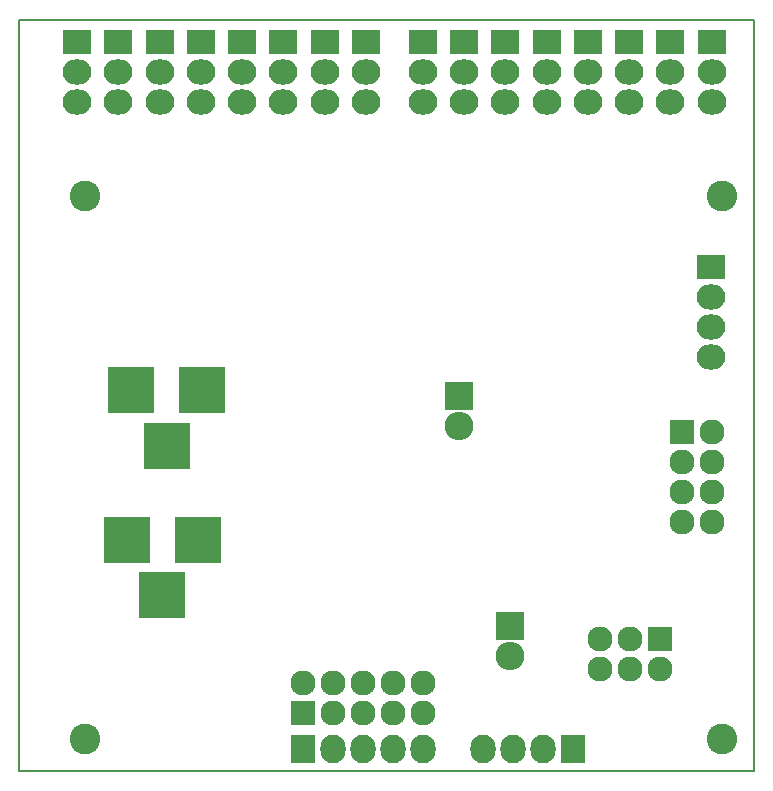
<source format=gbs>
G04 #@! TF.FileFunction,Soldermask,Bot*
%FSLAX46Y46*%
G04 Gerber Fmt 4.6, Leading zero omitted, Abs format (unit mm)*
G04 Created by KiCad (PCBNEW 4.0.1-stable) date 6/25/2016 6:05:23 PM*
%MOMM*%
G01*
G04 APERTURE LIST*
%ADD10C,0.100000*%
%ADD11C,0.150000*%
%ADD12C,2.600000*%
%ADD13R,3.900120X3.900120*%
%ADD14R,2.432000X2.432000*%
%ADD15O,2.432000X2.432000*%
%ADD16R,2.127200X2.432000*%
%ADD17O,2.127200X2.432000*%
%ADD18R,2.127200X2.127200*%
%ADD19O,2.127200X2.127200*%
%ADD20R,2.432000X2.127200*%
%ADD21O,2.432000X2.127200*%
G04 APERTURE END LIST*
D10*
D11*
X209804000Y-96139000D02*
X211328000Y-96139000D01*
X209804000Y-32512000D02*
X211328000Y-32512000D01*
X149098000Y-96139000D02*
X209804000Y-96139000D01*
X209804000Y-32512000D02*
X149098000Y-32512000D01*
X211328000Y-32512000D02*
X211328000Y-96139000D01*
X149098000Y-96139000D02*
X149098000Y-32512000D01*
D12*
X154686000Y-93408500D03*
D13*
X164569140Y-63881000D03*
X158569660Y-63881000D03*
X161569400Y-68580000D03*
D14*
X190627000Y-83820000D03*
D15*
X190627000Y-86360000D03*
D13*
X164188140Y-76517500D03*
X158188660Y-76517500D03*
X161188400Y-81216500D03*
D14*
X186309000Y-64389000D03*
D15*
X186309000Y-66929000D03*
D16*
X173101000Y-94234000D03*
D17*
X175641000Y-94234000D03*
X178181000Y-94234000D03*
X180721000Y-94234000D03*
X183261000Y-94234000D03*
D16*
X195961000Y-94234000D03*
D17*
X193421000Y-94234000D03*
X190881000Y-94234000D03*
X188341000Y-94234000D03*
D18*
X203327000Y-84899500D03*
D19*
X203327000Y-87439500D03*
X200787000Y-84899500D03*
X200787000Y-87439500D03*
X198247000Y-84899500D03*
X198247000Y-87439500D03*
D20*
X207645000Y-53467000D03*
D21*
X207645000Y-56007000D03*
X207645000Y-58547000D03*
X207645000Y-61087000D03*
D20*
X174942500Y-34417000D03*
D21*
X174942500Y-36957000D03*
X174942500Y-39497000D03*
D20*
X178435000Y-34417000D03*
D21*
X178435000Y-36957000D03*
X178435000Y-39497000D03*
D20*
X171450000Y-34417000D03*
D21*
X171450000Y-36957000D03*
X171450000Y-39497000D03*
D20*
X167957500Y-34417000D03*
D21*
X167957500Y-36957000D03*
X167957500Y-39497000D03*
D20*
X164465000Y-34417000D03*
D21*
X164465000Y-36957000D03*
X164465000Y-39497000D03*
D20*
X160972500Y-34417000D03*
D21*
X160972500Y-36957000D03*
X160972500Y-39497000D03*
D20*
X157480000Y-34417000D03*
D21*
X157480000Y-36957000D03*
X157480000Y-39497000D03*
D20*
X153987500Y-34417000D03*
D21*
X153987500Y-36957000D03*
X153987500Y-39497000D03*
D20*
X207708500Y-34417000D03*
D21*
X207708500Y-36957000D03*
X207708500Y-39497000D03*
D20*
X204216000Y-34417000D03*
D21*
X204216000Y-36957000D03*
X204216000Y-39497000D03*
D20*
X200723500Y-34417000D03*
D21*
X200723500Y-36957000D03*
X200723500Y-39497000D03*
D20*
X197231000Y-34417000D03*
D21*
X197231000Y-36957000D03*
X197231000Y-39497000D03*
D20*
X193738500Y-34417000D03*
D21*
X193738500Y-36957000D03*
X193738500Y-39497000D03*
D20*
X190246000Y-34417000D03*
D21*
X190246000Y-36957000D03*
X190246000Y-39497000D03*
D20*
X186753500Y-34417000D03*
D21*
X186753500Y-36957000D03*
X186753500Y-39497000D03*
D20*
X183261000Y-34417000D03*
D21*
X183261000Y-36957000D03*
X183261000Y-39497000D03*
D18*
X173101000Y-91186000D03*
D19*
X173101000Y-88646000D03*
X175641000Y-91186000D03*
X175641000Y-88646000D03*
X178181000Y-91186000D03*
X178181000Y-88646000D03*
X180721000Y-91186000D03*
X180721000Y-88646000D03*
X183261000Y-91186000D03*
X183261000Y-88646000D03*
D18*
X205168500Y-67373500D03*
D19*
X207708500Y-67373500D03*
X205168500Y-69913500D03*
X207708500Y-69913500D03*
X205168500Y-72453500D03*
X207708500Y-72453500D03*
X205168500Y-74993500D03*
X207708500Y-74993500D03*
D12*
X208597500Y-93408500D03*
X154686000Y-47434500D03*
X208597500Y-47434500D03*
M02*

</source>
